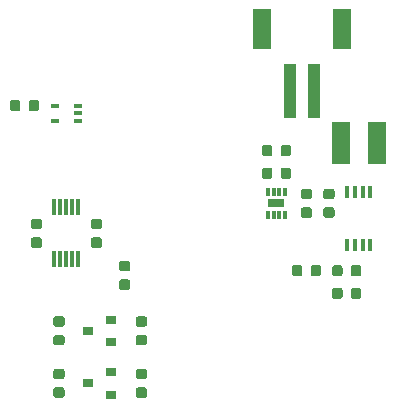
<source format=gbr>
G04 #@! TF.GenerationSoftware,KiCad,Pcbnew,(5.0.0-3-g5ebb6b6)*
G04 #@! TF.CreationDate,2018-10-15T13:07:59-06:00*
G04 #@! TF.ProjectId,DS_Special_Object,44535F5370656369616C5F4F626A6563,rev?*
G04 #@! TF.SameCoordinates,Original*
G04 #@! TF.FileFunction,Paste,Top*
G04 #@! TF.FilePolarity,Positive*
%FSLAX46Y46*%
G04 Gerber Fmt 4.6, Leading zero omitted, Abs format (unit mm)*
G04 Created by KiCad (PCBNEW (5.0.0-3-g5ebb6b6)) date Monday, October 15, 2018 at 01:07:59 PM*
%MOMM*%
%LPD*%
G01*
G04 APERTURE LIST*
%ADD10R,1.500000X3.600000*%
%ADD11C,0.100000*%
%ADD12C,0.875000*%
%ADD13R,0.998220X4.599940*%
%ADD14R,1.597660X3.398520*%
%ADD15R,0.900000X0.800000*%
%ADD16R,0.698500X0.419100*%
%ADD17R,0.299720X0.698500*%
%ADD18R,1.379220X0.797560*%
%ADD19R,0.398780X1.099820*%
%ADD20R,0.299720X1.447800*%
G04 APERTURE END LIST*
D10*
G04 #@! TO.C,L1*
X69064000Y-165989000D03*
X66064000Y-165989000D03*
G04 #@! TD*
D11*
G04 #@! TO.C,C1*
G36*
X61606691Y-166150053D02*
X61627926Y-166153203D01*
X61648750Y-166158419D01*
X61668962Y-166165651D01*
X61688368Y-166174830D01*
X61706781Y-166185866D01*
X61724024Y-166198654D01*
X61739930Y-166213070D01*
X61754346Y-166228976D01*
X61767134Y-166246219D01*
X61778170Y-166264632D01*
X61787349Y-166284038D01*
X61794581Y-166304250D01*
X61799797Y-166325074D01*
X61802947Y-166346309D01*
X61804000Y-166367750D01*
X61804000Y-166880250D01*
X61802947Y-166901691D01*
X61799797Y-166922926D01*
X61794581Y-166943750D01*
X61787349Y-166963962D01*
X61778170Y-166983368D01*
X61767134Y-167001781D01*
X61754346Y-167019024D01*
X61739930Y-167034930D01*
X61724024Y-167049346D01*
X61706781Y-167062134D01*
X61688368Y-167073170D01*
X61668962Y-167082349D01*
X61648750Y-167089581D01*
X61627926Y-167094797D01*
X61606691Y-167097947D01*
X61585250Y-167099000D01*
X61147750Y-167099000D01*
X61126309Y-167097947D01*
X61105074Y-167094797D01*
X61084250Y-167089581D01*
X61064038Y-167082349D01*
X61044632Y-167073170D01*
X61026219Y-167062134D01*
X61008976Y-167049346D01*
X60993070Y-167034930D01*
X60978654Y-167019024D01*
X60965866Y-167001781D01*
X60954830Y-166983368D01*
X60945651Y-166963962D01*
X60938419Y-166943750D01*
X60933203Y-166922926D01*
X60930053Y-166901691D01*
X60929000Y-166880250D01*
X60929000Y-166367750D01*
X60930053Y-166346309D01*
X60933203Y-166325074D01*
X60938419Y-166304250D01*
X60945651Y-166284038D01*
X60954830Y-166264632D01*
X60965866Y-166246219D01*
X60978654Y-166228976D01*
X60993070Y-166213070D01*
X61008976Y-166198654D01*
X61026219Y-166185866D01*
X61044632Y-166174830D01*
X61064038Y-166165651D01*
X61084250Y-166158419D01*
X61105074Y-166153203D01*
X61126309Y-166150053D01*
X61147750Y-166149000D01*
X61585250Y-166149000D01*
X61606691Y-166150053D01*
X61606691Y-166150053D01*
G37*
D12*
X61366500Y-166624000D03*
D11*
G36*
X60031691Y-166150053D02*
X60052926Y-166153203D01*
X60073750Y-166158419D01*
X60093962Y-166165651D01*
X60113368Y-166174830D01*
X60131781Y-166185866D01*
X60149024Y-166198654D01*
X60164930Y-166213070D01*
X60179346Y-166228976D01*
X60192134Y-166246219D01*
X60203170Y-166264632D01*
X60212349Y-166284038D01*
X60219581Y-166304250D01*
X60224797Y-166325074D01*
X60227947Y-166346309D01*
X60229000Y-166367750D01*
X60229000Y-166880250D01*
X60227947Y-166901691D01*
X60224797Y-166922926D01*
X60219581Y-166943750D01*
X60212349Y-166963962D01*
X60203170Y-166983368D01*
X60192134Y-167001781D01*
X60179346Y-167019024D01*
X60164930Y-167034930D01*
X60149024Y-167049346D01*
X60131781Y-167062134D01*
X60113368Y-167073170D01*
X60093962Y-167082349D01*
X60073750Y-167089581D01*
X60052926Y-167094797D01*
X60031691Y-167097947D01*
X60010250Y-167099000D01*
X59572750Y-167099000D01*
X59551309Y-167097947D01*
X59530074Y-167094797D01*
X59509250Y-167089581D01*
X59489038Y-167082349D01*
X59469632Y-167073170D01*
X59451219Y-167062134D01*
X59433976Y-167049346D01*
X59418070Y-167034930D01*
X59403654Y-167019024D01*
X59390866Y-167001781D01*
X59379830Y-166983368D01*
X59370651Y-166963962D01*
X59363419Y-166943750D01*
X59358203Y-166922926D01*
X59355053Y-166901691D01*
X59354000Y-166880250D01*
X59354000Y-166367750D01*
X59355053Y-166346309D01*
X59358203Y-166325074D01*
X59363419Y-166304250D01*
X59370651Y-166284038D01*
X59379830Y-166264632D01*
X59390866Y-166246219D01*
X59403654Y-166228976D01*
X59418070Y-166213070D01*
X59433976Y-166198654D01*
X59451219Y-166185866D01*
X59469632Y-166174830D01*
X59489038Y-166165651D01*
X59509250Y-166158419D01*
X59530074Y-166153203D01*
X59551309Y-166150053D01*
X59572750Y-166149000D01*
X60010250Y-166149000D01*
X60031691Y-166150053D01*
X60031691Y-166150053D01*
G37*
D12*
X59791500Y-166624000D03*
G04 #@! TD*
D11*
G04 #@! TO.C,C2*
G36*
X61606691Y-168055053D02*
X61627926Y-168058203D01*
X61648750Y-168063419D01*
X61668962Y-168070651D01*
X61688368Y-168079830D01*
X61706781Y-168090866D01*
X61724024Y-168103654D01*
X61739930Y-168118070D01*
X61754346Y-168133976D01*
X61767134Y-168151219D01*
X61778170Y-168169632D01*
X61787349Y-168189038D01*
X61794581Y-168209250D01*
X61799797Y-168230074D01*
X61802947Y-168251309D01*
X61804000Y-168272750D01*
X61804000Y-168785250D01*
X61802947Y-168806691D01*
X61799797Y-168827926D01*
X61794581Y-168848750D01*
X61787349Y-168868962D01*
X61778170Y-168888368D01*
X61767134Y-168906781D01*
X61754346Y-168924024D01*
X61739930Y-168939930D01*
X61724024Y-168954346D01*
X61706781Y-168967134D01*
X61688368Y-168978170D01*
X61668962Y-168987349D01*
X61648750Y-168994581D01*
X61627926Y-168999797D01*
X61606691Y-169002947D01*
X61585250Y-169004000D01*
X61147750Y-169004000D01*
X61126309Y-169002947D01*
X61105074Y-168999797D01*
X61084250Y-168994581D01*
X61064038Y-168987349D01*
X61044632Y-168978170D01*
X61026219Y-168967134D01*
X61008976Y-168954346D01*
X60993070Y-168939930D01*
X60978654Y-168924024D01*
X60965866Y-168906781D01*
X60954830Y-168888368D01*
X60945651Y-168868962D01*
X60938419Y-168848750D01*
X60933203Y-168827926D01*
X60930053Y-168806691D01*
X60929000Y-168785250D01*
X60929000Y-168272750D01*
X60930053Y-168251309D01*
X60933203Y-168230074D01*
X60938419Y-168209250D01*
X60945651Y-168189038D01*
X60954830Y-168169632D01*
X60965866Y-168151219D01*
X60978654Y-168133976D01*
X60993070Y-168118070D01*
X61008976Y-168103654D01*
X61026219Y-168090866D01*
X61044632Y-168079830D01*
X61064038Y-168070651D01*
X61084250Y-168063419D01*
X61105074Y-168058203D01*
X61126309Y-168055053D01*
X61147750Y-168054000D01*
X61585250Y-168054000D01*
X61606691Y-168055053D01*
X61606691Y-168055053D01*
G37*
D12*
X61366500Y-168529000D03*
D11*
G36*
X60031691Y-168055053D02*
X60052926Y-168058203D01*
X60073750Y-168063419D01*
X60093962Y-168070651D01*
X60113368Y-168079830D01*
X60131781Y-168090866D01*
X60149024Y-168103654D01*
X60164930Y-168118070D01*
X60179346Y-168133976D01*
X60192134Y-168151219D01*
X60203170Y-168169632D01*
X60212349Y-168189038D01*
X60219581Y-168209250D01*
X60224797Y-168230074D01*
X60227947Y-168251309D01*
X60229000Y-168272750D01*
X60229000Y-168785250D01*
X60227947Y-168806691D01*
X60224797Y-168827926D01*
X60219581Y-168848750D01*
X60212349Y-168868962D01*
X60203170Y-168888368D01*
X60192134Y-168906781D01*
X60179346Y-168924024D01*
X60164930Y-168939930D01*
X60149024Y-168954346D01*
X60131781Y-168967134D01*
X60113368Y-168978170D01*
X60093962Y-168987349D01*
X60073750Y-168994581D01*
X60052926Y-168999797D01*
X60031691Y-169002947D01*
X60010250Y-169004000D01*
X59572750Y-169004000D01*
X59551309Y-169002947D01*
X59530074Y-168999797D01*
X59509250Y-168994581D01*
X59489038Y-168987349D01*
X59469632Y-168978170D01*
X59451219Y-168967134D01*
X59433976Y-168954346D01*
X59418070Y-168939930D01*
X59403654Y-168924024D01*
X59390866Y-168906781D01*
X59379830Y-168888368D01*
X59370651Y-168868962D01*
X59363419Y-168848750D01*
X59358203Y-168827926D01*
X59355053Y-168806691D01*
X59354000Y-168785250D01*
X59354000Y-168272750D01*
X59355053Y-168251309D01*
X59358203Y-168230074D01*
X59363419Y-168209250D01*
X59370651Y-168189038D01*
X59379830Y-168169632D01*
X59390866Y-168151219D01*
X59403654Y-168133976D01*
X59418070Y-168118070D01*
X59433976Y-168103654D01*
X59451219Y-168090866D01*
X59469632Y-168079830D01*
X59489038Y-168070651D01*
X59509250Y-168063419D01*
X59530074Y-168058203D01*
X59551309Y-168055053D01*
X59572750Y-168054000D01*
X60010250Y-168054000D01*
X60031691Y-168055053D01*
X60031691Y-168055053D01*
G37*
D12*
X59791500Y-168529000D03*
G04 #@! TD*
D11*
G04 #@! TO.C,R1*
G36*
X65975191Y-176310053D02*
X65996426Y-176313203D01*
X66017250Y-176318419D01*
X66037462Y-176325651D01*
X66056868Y-176334830D01*
X66075281Y-176345866D01*
X66092524Y-176358654D01*
X66108430Y-176373070D01*
X66122846Y-176388976D01*
X66135634Y-176406219D01*
X66146670Y-176424632D01*
X66155849Y-176444038D01*
X66163081Y-176464250D01*
X66168297Y-176485074D01*
X66171447Y-176506309D01*
X66172500Y-176527750D01*
X66172500Y-177040250D01*
X66171447Y-177061691D01*
X66168297Y-177082926D01*
X66163081Y-177103750D01*
X66155849Y-177123962D01*
X66146670Y-177143368D01*
X66135634Y-177161781D01*
X66122846Y-177179024D01*
X66108430Y-177194930D01*
X66092524Y-177209346D01*
X66075281Y-177222134D01*
X66056868Y-177233170D01*
X66037462Y-177242349D01*
X66017250Y-177249581D01*
X65996426Y-177254797D01*
X65975191Y-177257947D01*
X65953750Y-177259000D01*
X65516250Y-177259000D01*
X65494809Y-177257947D01*
X65473574Y-177254797D01*
X65452750Y-177249581D01*
X65432538Y-177242349D01*
X65413132Y-177233170D01*
X65394719Y-177222134D01*
X65377476Y-177209346D01*
X65361570Y-177194930D01*
X65347154Y-177179024D01*
X65334366Y-177161781D01*
X65323330Y-177143368D01*
X65314151Y-177123962D01*
X65306919Y-177103750D01*
X65301703Y-177082926D01*
X65298553Y-177061691D01*
X65297500Y-177040250D01*
X65297500Y-176527750D01*
X65298553Y-176506309D01*
X65301703Y-176485074D01*
X65306919Y-176464250D01*
X65314151Y-176444038D01*
X65323330Y-176424632D01*
X65334366Y-176406219D01*
X65347154Y-176388976D01*
X65361570Y-176373070D01*
X65377476Y-176358654D01*
X65394719Y-176345866D01*
X65413132Y-176334830D01*
X65432538Y-176325651D01*
X65452750Y-176318419D01*
X65473574Y-176313203D01*
X65494809Y-176310053D01*
X65516250Y-176309000D01*
X65953750Y-176309000D01*
X65975191Y-176310053D01*
X65975191Y-176310053D01*
G37*
D12*
X65735000Y-176784000D03*
D11*
G36*
X67550191Y-176310053D02*
X67571426Y-176313203D01*
X67592250Y-176318419D01*
X67612462Y-176325651D01*
X67631868Y-176334830D01*
X67650281Y-176345866D01*
X67667524Y-176358654D01*
X67683430Y-176373070D01*
X67697846Y-176388976D01*
X67710634Y-176406219D01*
X67721670Y-176424632D01*
X67730849Y-176444038D01*
X67738081Y-176464250D01*
X67743297Y-176485074D01*
X67746447Y-176506309D01*
X67747500Y-176527750D01*
X67747500Y-177040250D01*
X67746447Y-177061691D01*
X67743297Y-177082926D01*
X67738081Y-177103750D01*
X67730849Y-177123962D01*
X67721670Y-177143368D01*
X67710634Y-177161781D01*
X67697846Y-177179024D01*
X67683430Y-177194930D01*
X67667524Y-177209346D01*
X67650281Y-177222134D01*
X67631868Y-177233170D01*
X67612462Y-177242349D01*
X67592250Y-177249581D01*
X67571426Y-177254797D01*
X67550191Y-177257947D01*
X67528750Y-177259000D01*
X67091250Y-177259000D01*
X67069809Y-177257947D01*
X67048574Y-177254797D01*
X67027750Y-177249581D01*
X67007538Y-177242349D01*
X66988132Y-177233170D01*
X66969719Y-177222134D01*
X66952476Y-177209346D01*
X66936570Y-177194930D01*
X66922154Y-177179024D01*
X66909366Y-177161781D01*
X66898330Y-177143368D01*
X66889151Y-177123962D01*
X66881919Y-177103750D01*
X66876703Y-177082926D01*
X66873553Y-177061691D01*
X66872500Y-177040250D01*
X66872500Y-176527750D01*
X66873553Y-176506309D01*
X66876703Y-176485074D01*
X66881919Y-176464250D01*
X66889151Y-176444038D01*
X66898330Y-176424632D01*
X66909366Y-176406219D01*
X66922154Y-176388976D01*
X66936570Y-176373070D01*
X66952476Y-176358654D01*
X66969719Y-176345866D01*
X66988132Y-176334830D01*
X67007538Y-176325651D01*
X67027750Y-176318419D01*
X67048574Y-176313203D01*
X67069809Y-176310053D01*
X67091250Y-176309000D01*
X67528750Y-176309000D01*
X67550191Y-176310053D01*
X67550191Y-176310053D01*
G37*
D12*
X67310000Y-176784000D03*
G04 #@! TD*
D11*
G04 #@! TO.C,R2*
G36*
X64146691Y-176310053D02*
X64167926Y-176313203D01*
X64188750Y-176318419D01*
X64208962Y-176325651D01*
X64228368Y-176334830D01*
X64246781Y-176345866D01*
X64264024Y-176358654D01*
X64279930Y-176373070D01*
X64294346Y-176388976D01*
X64307134Y-176406219D01*
X64318170Y-176424632D01*
X64327349Y-176444038D01*
X64334581Y-176464250D01*
X64339797Y-176485074D01*
X64342947Y-176506309D01*
X64344000Y-176527750D01*
X64344000Y-177040250D01*
X64342947Y-177061691D01*
X64339797Y-177082926D01*
X64334581Y-177103750D01*
X64327349Y-177123962D01*
X64318170Y-177143368D01*
X64307134Y-177161781D01*
X64294346Y-177179024D01*
X64279930Y-177194930D01*
X64264024Y-177209346D01*
X64246781Y-177222134D01*
X64228368Y-177233170D01*
X64208962Y-177242349D01*
X64188750Y-177249581D01*
X64167926Y-177254797D01*
X64146691Y-177257947D01*
X64125250Y-177259000D01*
X63687750Y-177259000D01*
X63666309Y-177257947D01*
X63645074Y-177254797D01*
X63624250Y-177249581D01*
X63604038Y-177242349D01*
X63584632Y-177233170D01*
X63566219Y-177222134D01*
X63548976Y-177209346D01*
X63533070Y-177194930D01*
X63518654Y-177179024D01*
X63505866Y-177161781D01*
X63494830Y-177143368D01*
X63485651Y-177123962D01*
X63478419Y-177103750D01*
X63473203Y-177082926D01*
X63470053Y-177061691D01*
X63469000Y-177040250D01*
X63469000Y-176527750D01*
X63470053Y-176506309D01*
X63473203Y-176485074D01*
X63478419Y-176464250D01*
X63485651Y-176444038D01*
X63494830Y-176424632D01*
X63505866Y-176406219D01*
X63518654Y-176388976D01*
X63533070Y-176373070D01*
X63548976Y-176358654D01*
X63566219Y-176345866D01*
X63584632Y-176334830D01*
X63604038Y-176325651D01*
X63624250Y-176318419D01*
X63645074Y-176313203D01*
X63666309Y-176310053D01*
X63687750Y-176309000D01*
X64125250Y-176309000D01*
X64146691Y-176310053D01*
X64146691Y-176310053D01*
G37*
D12*
X63906500Y-176784000D03*
D11*
G36*
X62571691Y-176310053D02*
X62592926Y-176313203D01*
X62613750Y-176318419D01*
X62633962Y-176325651D01*
X62653368Y-176334830D01*
X62671781Y-176345866D01*
X62689024Y-176358654D01*
X62704930Y-176373070D01*
X62719346Y-176388976D01*
X62732134Y-176406219D01*
X62743170Y-176424632D01*
X62752349Y-176444038D01*
X62759581Y-176464250D01*
X62764797Y-176485074D01*
X62767947Y-176506309D01*
X62769000Y-176527750D01*
X62769000Y-177040250D01*
X62767947Y-177061691D01*
X62764797Y-177082926D01*
X62759581Y-177103750D01*
X62752349Y-177123962D01*
X62743170Y-177143368D01*
X62732134Y-177161781D01*
X62719346Y-177179024D01*
X62704930Y-177194930D01*
X62689024Y-177209346D01*
X62671781Y-177222134D01*
X62653368Y-177233170D01*
X62633962Y-177242349D01*
X62613750Y-177249581D01*
X62592926Y-177254797D01*
X62571691Y-177257947D01*
X62550250Y-177259000D01*
X62112750Y-177259000D01*
X62091309Y-177257947D01*
X62070074Y-177254797D01*
X62049250Y-177249581D01*
X62029038Y-177242349D01*
X62009632Y-177233170D01*
X61991219Y-177222134D01*
X61973976Y-177209346D01*
X61958070Y-177194930D01*
X61943654Y-177179024D01*
X61930866Y-177161781D01*
X61919830Y-177143368D01*
X61910651Y-177123962D01*
X61903419Y-177103750D01*
X61898203Y-177082926D01*
X61895053Y-177061691D01*
X61894000Y-177040250D01*
X61894000Y-176527750D01*
X61895053Y-176506309D01*
X61898203Y-176485074D01*
X61903419Y-176464250D01*
X61910651Y-176444038D01*
X61919830Y-176424632D01*
X61930866Y-176406219D01*
X61943654Y-176388976D01*
X61958070Y-176373070D01*
X61973976Y-176358654D01*
X61991219Y-176345866D01*
X62009632Y-176334830D01*
X62029038Y-176325651D01*
X62049250Y-176318419D01*
X62070074Y-176313203D01*
X62091309Y-176310053D01*
X62112750Y-176309000D01*
X62550250Y-176309000D01*
X62571691Y-176310053D01*
X62571691Y-176310053D01*
G37*
D12*
X62331500Y-176784000D03*
G04 #@! TD*
D11*
G04 #@! TO.C,C3*
G36*
X63396691Y-171420053D02*
X63417926Y-171423203D01*
X63438750Y-171428419D01*
X63458962Y-171435651D01*
X63478368Y-171444830D01*
X63496781Y-171455866D01*
X63514024Y-171468654D01*
X63529930Y-171483070D01*
X63544346Y-171498976D01*
X63557134Y-171516219D01*
X63568170Y-171534632D01*
X63577349Y-171554038D01*
X63584581Y-171574250D01*
X63589797Y-171595074D01*
X63592947Y-171616309D01*
X63594000Y-171637750D01*
X63594000Y-172075250D01*
X63592947Y-172096691D01*
X63589797Y-172117926D01*
X63584581Y-172138750D01*
X63577349Y-172158962D01*
X63568170Y-172178368D01*
X63557134Y-172196781D01*
X63544346Y-172214024D01*
X63529930Y-172229930D01*
X63514024Y-172244346D01*
X63496781Y-172257134D01*
X63478368Y-172268170D01*
X63458962Y-172277349D01*
X63438750Y-172284581D01*
X63417926Y-172289797D01*
X63396691Y-172292947D01*
X63375250Y-172294000D01*
X62862750Y-172294000D01*
X62841309Y-172292947D01*
X62820074Y-172289797D01*
X62799250Y-172284581D01*
X62779038Y-172277349D01*
X62759632Y-172268170D01*
X62741219Y-172257134D01*
X62723976Y-172244346D01*
X62708070Y-172229930D01*
X62693654Y-172214024D01*
X62680866Y-172196781D01*
X62669830Y-172178368D01*
X62660651Y-172158962D01*
X62653419Y-172138750D01*
X62648203Y-172117926D01*
X62645053Y-172096691D01*
X62644000Y-172075250D01*
X62644000Y-171637750D01*
X62645053Y-171616309D01*
X62648203Y-171595074D01*
X62653419Y-171574250D01*
X62660651Y-171554038D01*
X62669830Y-171534632D01*
X62680866Y-171516219D01*
X62693654Y-171498976D01*
X62708070Y-171483070D01*
X62723976Y-171468654D01*
X62741219Y-171455866D01*
X62759632Y-171444830D01*
X62779038Y-171435651D01*
X62799250Y-171428419D01*
X62820074Y-171423203D01*
X62841309Y-171420053D01*
X62862750Y-171419000D01*
X63375250Y-171419000D01*
X63396691Y-171420053D01*
X63396691Y-171420053D01*
G37*
D12*
X63119000Y-171856500D03*
D11*
G36*
X63396691Y-169845053D02*
X63417926Y-169848203D01*
X63438750Y-169853419D01*
X63458962Y-169860651D01*
X63478368Y-169869830D01*
X63496781Y-169880866D01*
X63514024Y-169893654D01*
X63529930Y-169908070D01*
X63544346Y-169923976D01*
X63557134Y-169941219D01*
X63568170Y-169959632D01*
X63577349Y-169979038D01*
X63584581Y-169999250D01*
X63589797Y-170020074D01*
X63592947Y-170041309D01*
X63594000Y-170062750D01*
X63594000Y-170500250D01*
X63592947Y-170521691D01*
X63589797Y-170542926D01*
X63584581Y-170563750D01*
X63577349Y-170583962D01*
X63568170Y-170603368D01*
X63557134Y-170621781D01*
X63544346Y-170639024D01*
X63529930Y-170654930D01*
X63514024Y-170669346D01*
X63496781Y-170682134D01*
X63478368Y-170693170D01*
X63458962Y-170702349D01*
X63438750Y-170709581D01*
X63417926Y-170714797D01*
X63396691Y-170717947D01*
X63375250Y-170719000D01*
X62862750Y-170719000D01*
X62841309Y-170717947D01*
X62820074Y-170714797D01*
X62799250Y-170709581D01*
X62779038Y-170702349D01*
X62759632Y-170693170D01*
X62741219Y-170682134D01*
X62723976Y-170669346D01*
X62708070Y-170654930D01*
X62693654Y-170639024D01*
X62680866Y-170621781D01*
X62669830Y-170603368D01*
X62660651Y-170583962D01*
X62653419Y-170563750D01*
X62648203Y-170542926D01*
X62645053Y-170521691D01*
X62644000Y-170500250D01*
X62644000Y-170062750D01*
X62645053Y-170041309D01*
X62648203Y-170020074D01*
X62653419Y-169999250D01*
X62660651Y-169979038D01*
X62669830Y-169959632D01*
X62680866Y-169941219D01*
X62693654Y-169923976D01*
X62708070Y-169908070D01*
X62723976Y-169893654D01*
X62741219Y-169880866D01*
X62759632Y-169869830D01*
X62779038Y-169860651D01*
X62799250Y-169853419D01*
X62820074Y-169848203D01*
X62841309Y-169845053D01*
X62862750Y-169844000D01*
X63375250Y-169844000D01*
X63396691Y-169845053D01*
X63396691Y-169845053D01*
G37*
D12*
X63119000Y-170281500D03*
G04 #@! TD*
D11*
G04 #@! TO.C,C4*
G36*
X67550191Y-178215053D02*
X67571426Y-178218203D01*
X67592250Y-178223419D01*
X67612462Y-178230651D01*
X67631868Y-178239830D01*
X67650281Y-178250866D01*
X67667524Y-178263654D01*
X67683430Y-178278070D01*
X67697846Y-178293976D01*
X67710634Y-178311219D01*
X67721670Y-178329632D01*
X67730849Y-178349038D01*
X67738081Y-178369250D01*
X67743297Y-178390074D01*
X67746447Y-178411309D01*
X67747500Y-178432750D01*
X67747500Y-178945250D01*
X67746447Y-178966691D01*
X67743297Y-178987926D01*
X67738081Y-179008750D01*
X67730849Y-179028962D01*
X67721670Y-179048368D01*
X67710634Y-179066781D01*
X67697846Y-179084024D01*
X67683430Y-179099930D01*
X67667524Y-179114346D01*
X67650281Y-179127134D01*
X67631868Y-179138170D01*
X67612462Y-179147349D01*
X67592250Y-179154581D01*
X67571426Y-179159797D01*
X67550191Y-179162947D01*
X67528750Y-179164000D01*
X67091250Y-179164000D01*
X67069809Y-179162947D01*
X67048574Y-179159797D01*
X67027750Y-179154581D01*
X67007538Y-179147349D01*
X66988132Y-179138170D01*
X66969719Y-179127134D01*
X66952476Y-179114346D01*
X66936570Y-179099930D01*
X66922154Y-179084024D01*
X66909366Y-179066781D01*
X66898330Y-179048368D01*
X66889151Y-179028962D01*
X66881919Y-179008750D01*
X66876703Y-178987926D01*
X66873553Y-178966691D01*
X66872500Y-178945250D01*
X66872500Y-178432750D01*
X66873553Y-178411309D01*
X66876703Y-178390074D01*
X66881919Y-178369250D01*
X66889151Y-178349038D01*
X66898330Y-178329632D01*
X66909366Y-178311219D01*
X66922154Y-178293976D01*
X66936570Y-178278070D01*
X66952476Y-178263654D01*
X66969719Y-178250866D01*
X66988132Y-178239830D01*
X67007538Y-178230651D01*
X67027750Y-178223419D01*
X67048574Y-178218203D01*
X67069809Y-178215053D01*
X67091250Y-178214000D01*
X67528750Y-178214000D01*
X67550191Y-178215053D01*
X67550191Y-178215053D01*
G37*
D12*
X67310000Y-178689000D03*
D11*
G36*
X65975191Y-178215053D02*
X65996426Y-178218203D01*
X66017250Y-178223419D01*
X66037462Y-178230651D01*
X66056868Y-178239830D01*
X66075281Y-178250866D01*
X66092524Y-178263654D01*
X66108430Y-178278070D01*
X66122846Y-178293976D01*
X66135634Y-178311219D01*
X66146670Y-178329632D01*
X66155849Y-178349038D01*
X66163081Y-178369250D01*
X66168297Y-178390074D01*
X66171447Y-178411309D01*
X66172500Y-178432750D01*
X66172500Y-178945250D01*
X66171447Y-178966691D01*
X66168297Y-178987926D01*
X66163081Y-179008750D01*
X66155849Y-179028962D01*
X66146670Y-179048368D01*
X66135634Y-179066781D01*
X66122846Y-179084024D01*
X66108430Y-179099930D01*
X66092524Y-179114346D01*
X66075281Y-179127134D01*
X66056868Y-179138170D01*
X66037462Y-179147349D01*
X66017250Y-179154581D01*
X65996426Y-179159797D01*
X65975191Y-179162947D01*
X65953750Y-179164000D01*
X65516250Y-179164000D01*
X65494809Y-179162947D01*
X65473574Y-179159797D01*
X65452750Y-179154581D01*
X65432538Y-179147349D01*
X65413132Y-179138170D01*
X65394719Y-179127134D01*
X65377476Y-179114346D01*
X65361570Y-179099930D01*
X65347154Y-179084024D01*
X65334366Y-179066781D01*
X65323330Y-179048368D01*
X65314151Y-179028962D01*
X65306919Y-179008750D01*
X65301703Y-178987926D01*
X65298553Y-178966691D01*
X65297500Y-178945250D01*
X65297500Y-178432750D01*
X65298553Y-178411309D01*
X65301703Y-178390074D01*
X65306919Y-178369250D01*
X65314151Y-178349038D01*
X65323330Y-178329632D01*
X65334366Y-178311219D01*
X65347154Y-178293976D01*
X65361570Y-178278070D01*
X65377476Y-178263654D01*
X65394719Y-178250866D01*
X65413132Y-178239830D01*
X65432538Y-178230651D01*
X65452750Y-178223419D01*
X65473574Y-178218203D01*
X65494809Y-178215053D01*
X65516250Y-178214000D01*
X65953750Y-178214000D01*
X65975191Y-178215053D01*
X65975191Y-178215053D01*
G37*
D12*
X65735000Y-178689000D03*
G04 #@! TD*
D11*
G04 #@! TO.C,C5*
G36*
X40536691Y-172385053D02*
X40557926Y-172388203D01*
X40578750Y-172393419D01*
X40598962Y-172400651D01*
X40618368Y-172409830D01*
X40636781Y-172420866D01*
X40654024Y-172433654D01*
X40669930Y-172448070D01*
X40684346Y-172463976D01*
X40697134Y-172481219D01*
X40708170Y-172499632D01*
X40717349Y-172519038D01*
X40724581Y-172539250D01*
X40729797Y-172560074D01*
X40732947Y-172581309D01*
X40734000Y-172602750D01*
X40734000Y-173040250D01*
X40732947Y-173061691D01*
X40729797Y-173082926D01*
X40724581Y-173103750D01*
X40717349Y-173123962D01*
X40708170Y-173143368D01*
X40697134Y-173161781D01*
X40684346Y-173179024D01*
X40669930Y-173194930D01*
X40654024Y-173209346D01*
X40636781Y-173222134D01*
X40618368Y-173233170D01*
X40598962Y-173242349D01*
X40578750Y-173249581D01*
X40557926Y-173254797D01*
X40536691Y-173257947D01*
X40515250Y-173259000D01*
X40002750Y-173259000D01*
X39981309Y-173257947D01*
X39960074Y-173254797D01*
X39939250Y-173249581D01*
X39919038Y-173242349D01*
X39899632Y-173233170D01*
X39881219Y-173222134D01*
X39863976Y-173209346D01*
X39848070Y-173194930D01*
X39833654Y-173179024D01*
X39820866Y-173161781D01*
X39809830Y-173143368D01*
X39800651Y-173123962D01*
X39793419Y-173103750D01*
X39788203Y-173082926D01*
X39785053Y-173061691D01*
X39784000Y-173040250D01*
X39784000Y-172602750D01*
X39785053Y-172581309D01*
X39788203Y-172560074D01*
X39793419Y-172539250D01*
X39800651Y-172519038D01*
X39809830Y-172499632D01*
X39820866Y-172481219D01*
X39833654Y-172463976D01*
X39848070Y-172448070D01*
X39863976Y-172433654D01*
X39881219Y-172420866D01*
X39899632Y-172409830D01*
X39919038Y-172400651D01*
X39939250Y-172393419D01*
X39960074Y-172388203D01*
X39981309Y-172385053D01*
X40002750Y-172384000D01*
X40515250Y-172384000D01*
X40536691Y-172385053D01*
X40536691Y-172385053D01*
G37*
D12*
X40259000Y-172821500D03*
D11*
G36*
X40536691Y-173960053D02*
X40557926Y-173963203D01*
X40578750Y-173968419D01*
X40598962Y-173975651D01*
X40618368Y-173984830D01*
X40636781Y-173995866D01*
X40654024Y-174008654D01*
X40669930Y-174023070D01*
X40684346Y-174038976D01*
X40697134Y-174056219D01*
X40708170Y-174074632D01*
X40717349Y-174094038D01*
X40724581Y-174114250D01*
X40729797Y-174135074D01*
X40732947Y-174156309D01*
X40734000Y-174177750D01*
X40734000Y-174615250D01*
X40732947Y-174636691D01*
X40729797Y-174657926D01*
X40724581Y-174678750D01*
X40717349Y-174698962D01*
X40708170Y-174718368D01*
X40697134Y-174736781D01*
X40684346Y-174754024D01*
X40669930Y-174769930D01*
X40654024Y-174784346D01*
X40636781Y-174797134D01*
X40618368Y-174808170D01*
X40598962Y-174817349D01*
X40578750Y-174824581D01*
X40557926Y-174829797D01*
X40536691Y-174832947D01*
X40515250Y-174834000D01*
X40002750Y-174834000D01*
X39981309Y-174832947D01*
X39960074Y-174829797D01*
X39939250Y-174824581D01*
X39919038Y-174817349D01*
X39899632Y-174808170D01*
X39881219Y-174797134D01*
X39863976Y-174784346D01*
X39848070Y-174769930D01*
X39833654Y-174754024D01*
X39820866Y-174736781D01*
X39809830Y-174718368D01*
X39800651Y-174698962D01*
X39793419Y-174678750D01*
X39788203Y-174657926D01*
X39785053Y-174636691D01*
X39784000Y-174615250D01*
X39784000Y-174177750D01*
X39785053Y-174156309D01*
X39788203Y-174135074D01*
X39793419Y-174114250D01*
X39800651Y-174094038D01*
X39809830Y-174074632D01*
X39820866Y-174056219D01*
X39833654Y-174038976D01*
X39848070Y-174023070D01*
X39863976Y-174008654D01*
X39881219Y-173995866D01*
X39899632Y-173984830D01*
X39919038Y-173975651D01*
X39939250Y-173968419D01*
X39960074Y-173963203D01*
X39981309Y-173960053D01*
X40002750Y-173959000D01*
X40515250Y-173959000D01*
X40536691Y-173960053D01*
X40536691Y-173960053D01*
G37*
D12*
X40259000Y-174396500D03*
G04 #@! TD*
D11*
G04 #@! TO.C,C6*
G36*
X45616691Y-172385053D02*
X45637926Y-172388203D01*
X45658750Y-172393419D01*
X45678962Y-172400651D01*
X45698368Y-172409830D01*
X45716781Y-172420866D01*
X45734024Y-172433654D01*
X45749930Y-172448070D01*
X45764346Y-172463976D01*
X45777134Y-172481219D01*
X45788170Y-172499632D01*
X45797349Y-172519038D01*
X45804581Y-172539250D01*
X45809797Y-172560074D01*
X45812947Y-172581309D01*
X45814000Y-172602750D01*
X45814000Y-173040250D01*
X45812947Y-173061691D01*
X45809797Y-173082926D01*
X45804581Y-173103750D01*
X45797349Y-173123962D01*
X45788170Y-173143368D01*
X45777134Y-173161781D01*
X45764346Y-173179024D01*
X45749930Y-173194930D01*
X45734024Y-173209346D01*
X45716781Y-173222134D01*
X45698368Y-173233170D01*
X45678962Y-173242349D01*
X45658750Y-173249581D01*
X45637926Y-173254797D01*
X45616691Y-173257947D01*
X45595250Y-173259000D01*
X45082750Y-173259000D01*
X45061309Y-173257947D01*
X45040074Y-173254797D01*
X45019250Y-173249581D01*
X44999038Y-173242349D01*
X44979632Y-173233170D01*
X44961219Y-173222134D01*
X44943976Y-173209346D01*
X44928070Y-173194930D01*
X44913654Y-173179024D01*
X44900866Y-173161781D01*
X44889830Y-173143368D01*
X44880651Y-173123962D01*
X44873419Y-173103750D01*
X44868203Y-173082926D01*
X44865053Y-173061691D01*
X44864000Y-173040250D01*
X44864000Y-172602750D01*
X44865053Y-172581309D01*
X44868203Y-172560074D01*
X44873419Y-172539250D01*
X44880651Y-172519038D01*
X44889830Y-172499632D01*
X44900866Y-172481219D01*
X44913654Y-172463976D01*
X44928070Y-172448070D01*
X44943976Y-172433654D01*
X44961219Y-172420866D01*
X44979632Y-172409830D01*
X44999038Y-172400651D01*
X45019250Y-172393419D01*
X45040074Y-172388203D01*
X45061309Y-172385053D01*
X45082750Y-172384000D01*
X45595250Y-172384000D01*
X45616691Y-172385053D01*
X45616691Y-172385053D01*
G37*
D12*
X45339000Y-172821500D03*
D11*
G36*
X45616691Y-173960053D02*
X45637926Y-173963203D01*
X45658750Y-173968419D01*
X45678962Y-173975651D01*
X45698368Y-173984830D01*
X45716781Y-173995866D01*
X45734024Y-174008654D01*
X45749930Y-174023070D01*
X45764346Y-174038976D01*
X45777134Y-174056219D01*
X45788170Y-174074632D01*
X45797349Y-174094038D01*
X45804581Y-174114250D01*
X45809797Y-174135074D01*
X45812947Y-174156309D01*
X45814000Y-174177750D01*
X45814000Y-174615250D01*
X45812947Y-174636691D01*
X45809797Y-174657926D01*
X45804581Y-174678750D01*
X45797349Y-174698962D01*
X45788170Y-174718368D01*
X45777134Y-174736781D01*
X45764346Y-174754024D01*
X45749930Y-174769930D01*
X45734024Y-174784346D01*
X45716781Y-174797134D01*
X45698368Y-174808170D01*
X45678962Y-174817349D01*
X45658750Y-174824581D01*
X45637926Y-174829797D01*
X45616691Y-174832947D01*
X45595250Y-174834000D01*
X45082750Y-174834000D01*
X45061309Y-174832947D01*
X45040074Y-174829797D01*
X45019250Y-174824581D01*
X44999038Y-174817349D01*
X44979632Y-174808170D01*
X44961219Y-174797134D01*
X44943976Y-174784346D01*
X44928070Y-174769930D01*
X44913654Y-174754024D01*
X44900866Y-174736781D01*
X44889830Y-174718368D01*
X44880651Y-174698962D01*
X44873419Y-174678750D01*
X44868203Y-174657926D01*
X44865053Y-174636691D01*
X44864000Y-174615250D01*
X44864000Y-174177750D01*
X44865053Y-174156309D01*
X44868203Y-174135074D01*
X44873419Y-174114250D01*
X44880651Y-174094038D01*
X44889830Y-174074632D01*
X44900866Y-174056219D01*
X44913654Y-174038976D01*
X44928070Y-174023070D01*
X44943976Y-174008654D01*
X44961219Y-173995866D01*
X44979632Y-173984830D01*
X44999038Y-173975651D01*
X45019250Y-173968419D01*
X45040074Y-173963203D01*
X45061309Y-173960053D01*
X45082750Y-173959000D01*
X45595250Y-173959000D01*
X45616691Y-173960053D01*
X45616691Y-173960053D01*
G37*
D12*
X45339000Y-174396500D03*
G04 #@! TD*
D13*
G04 #@! TO.C,J1*
X61757558Y-161544000D03*
X63754000Y-161544000D03*
D14*
X59357259Y-156347160D03*
X66154299Y-156347160D03*
G04 #@! TD*
D15*
G04 #@! TO.C,Q1*
X46609000Y-187259000D03*
X46609000Y-185359000D03*
X44609000Y-186309000D03*
G04 #@! TD*
G04 #@! TO.C,Q2*
X44609000Y-181864000D03*
X46609000Y-180914000D03*
X46609000Y-182814000D03*
G04 #@! TD*
D11*
G04 #@! TO.C,R3*
G36*
X49426691Y-186660053D02*
X49447926Y-186663203D01*
X49468750Y-186668419D01*
X49488962Y-186675651D01*
X49508368Y-186684830D01*
X49526781Y-186695866D01*
X49544024Y-186708654D01*
X49559930Y-186723070D01*
X49574346Y-186738976D01*
X49587134Y-186756219D01*
X49598170Y-186774632D01*
X49607349Y-186794038D01*
X49614581Y-186814250D01*
X49619797Y-186835074D01*
X49622947Y-186856309D01*
X49624000Y-186877750D01*
X49624000Y-187315250D01*
X49622947Y-187336691D01*
X49619797Y-187357926D01*
X49614581Y-187378750D01*
X49607349Y-187398962D01*
X49598170Y-187418368D01*
X49587134Y-187436781D01*
X49574346Y-187454024D01*
X49559930Y-187469930D01*
X49544024Y-187484346D01*
X49526781Y-187497134D01*
X49508368Y-187508170D01*
X49488962Y-187517349D01*
X49468750Y-187524581D01*
X49447926Y-187529797D01*
X49426691Y-187532947D01*
X49405250Y-187534000D01*
X48892750Y-187534000D01*
X48871309Y-187532947D01*
X48850074Y-187529797D01*
X48829250Y-187524581D01*
X48809038Y-187517349D01*
X48789632Y-187508170D01*
X48771219Y-187497134D01*
X48753976Y-187484346D01*
X48738070Y-187469930D01*
X48723654Y-187454024D01*
X48710866Y-187436781D01*
X48699830Y-187418368D01*
X48690651Y-187398962D01*
X48683419Y-187378750D01*
X48678203Y-187357926D01*
X48675053Y-187336691D01*
X48674000Y-187315250D01*
X48674000Y-186877750D01*
X48675053Y-186856309D01*
X48678203Y-186835074D01*
X48683419Y-186814250D01*
X48690651Y-186794038D01*
X48699830Y-186774632D01*
X48710866Y-186756219D01*
X48723654Y-186738976D01*
X48738070Y-186723070D01*
X48753976Y-186708654D01*
X48771219Y-186695866D01*
X48789632Y-186684830D01*
X48809038Y-186675651D01*
X48829250Y-186668419D01*
X48850074Y-186663203D01*
X48871309Y-186660053D01*
X48892750Y-186659000D01*
X49405250Y-186659000D01*
X49426691Y-186660053D01*
X49426691Y-186660053D01*
G37*
D12*
X49149000Y-187096500D03*
D11*
G36*
X49426691Y-185085053D02*
X49447926Y-185088203D01*
X49468750Y-185093419D01*
X49488962Y-185100651D01*
X49508368Y-185109830D01*
X49526781Y-185120866D01*
X49544024Y-185133654D01*
X49559930Y-185148070D01*
X49574346Y-185163976D01*
X49587134Y-185181219D01*
X49598170Y-185199632D01*
X49607349Y-185219038D01*
X49614581Y-185239250D01*
X49619797Y-185260074D01*
X49622947Y-185281309D01*
X49624000Y-185302750D01*
X49624000Y-185740250D01*
X49622947Y-185761691D01*
X49619797Y-185782926D01*
X49614581Y-185803750D01*
X49607349Y-185823962D01*
X49598170Y-185843368D01*
X49587134Y-185861781D01*
X49574346Y-185879024D01*
X49559930Y-185894930D01*
X49544024Y-185909346D01*
X49526781Y-185922134D01*
X49508368Y-185933170D01*
X49488962Y-185942349D01*
X49468750Y-185949581D01*
X49447926Y-185954797D01*
X49426691Y-185957947D01*
X49405250Y-185959000D01*
X48892750Y-185959000D01*
X48871309Y-185957947D01*
X48850074Y-185954797D01*
X48829250Y-185949581D01*
X48809038Y-185942349D01*
X48789632Y-185933170D01*
X48771219Y-185922134D01*
X48753976Y-185909346D01*
X48738070Y-185894930D01*
X48723654Y-185879024D01*
X48710866Y-185861781D01*
X48699830Y-185843368D01*
X48690651Y-185823962D01*
X48683419Y-185803750D01*
X48678203Y-185782926D01*
X48675053Y-185761691D01*
X48674000Y-185740250D01*
X48674000Y-185302750D01*
X48675053Y-185281309D01*
X48678203Y-185260074D01*
X48683419Y-185239250D01*
X48690651Y-185219038D01*
X48699830Y-185199632D01*
X48710866Y-185181219D01*
X48723654Y-185163976D01*
X48738070Y-185148070D01*
X48753976Y-185133654D01*
X48771219Y-185120866D01*
X48789632Y-185109830D01*
X48809038Y-185100651D01*
X48829250Y-185093419D01*
X48850074Y-185088203D01*
X48871309Y-185085053D01*
X48892750Y-185084000D01*
X49405250Y-185084000D01*
X49426691Y-185085053D01*
X49426691Y-185085053D01*
G37*
D12*
X49149000Y-185521500D03*
G04 #@! TD*
D11*
G04 #@! TO.C,R4*
G36*
X49426691Y-182215053D02*
X49447926Y-182218203D01*
X49468750Y-182223419D01*
X49488962Y-182230651D01*
X49508368Y-182239830D01*
X49526781Y-182250866D01*
X49544024Y-182263654D01*
X49559930Y-182278070D01*
X49574346Y-182293976D01*
X49587134Y-182311219D01*
X49598170Y-182329632D01*
X49607349Y-182349038D01*
X49614581Y-182369250D01*
X49619797Y-182390074D01*
X49622947Y-182411309D01*
X49624000Y-182432750D01*
X49624000Y-182870250D01*
X49622947Y-182891691D01*
X49619797Y-182912926D01*
X49614581Y-182933750D01*
X49607349Y-182953962D01*
X49598170Y-182973368D01*
X49587134Y-182991781D01*
X49574346Y-183009024D01*
X49559930Y-183024930D01*
X49544024Y-183039346D01*
X49526781Y-183052134D01*
X49508368Y-183063170D01*
X49488962Y-183072349D01*
X49468750Y-183079581D01*
X49447926Y-183084797D01*
X49426691Y-183087947D01*
X49405250Y-183089000D01*
X48892750Y-183089000D01*
X48871309Y-183087947D01*
X48850074Y-183084797D01*
X48829250Y-183079581D01*
X48809038Y-183072349D01*
X48789632Y-183063170D01*
X48771219Y-183052134D01*
X48753976Y-183039346D01*
X48738070Y-183024930D01*
X48723654Y-183009024D01*
X48710866Y-182991781D01*
X48699830Y-182973368D01*
X48690651Y-182953962D01*
X48683419Y-182933750D01*
X48678203Y-182912926D01*
X48675053Y-182891691D01*
X48674000Y-182870250D01*
X48674000Y-182432750D01*
X48675053Y-182411309D01*
X48678203Y-182390074D01*
X48683419Y-182369250D01*
X48690651Y-182349038D01*
X48699830Y-182329632D01*
X48710866Y-182311219D01*
X48723654Y-182293976D01*
X48738070Y-182278070D01*
X48753976Y-182263654D01*
X48771219Y-182250866D01*
X48789632Y-182239830D01*
X48809038Y-182230651D01*
X48829250Y-182223419D01*
X48850074Y-182218203D01*
X48871309Y-182215053D01*
X48892750Y-182214000D01*
X49405250Y-182214000D01*
X49426691Y-182215053D01*
X49426691Y-182215053D01*
G37*
D12*
X49149000Y-182651500D03*
D11*
G36*
X49426691Y-180640053D02*
X49447926Y-180643203D01*
X49468750Y-180648419D01*
X49488962Y-180655651D01*
X49508368Y-180664830D01*
X49526781Y-180675866D01*
X49544024Y-180688654D01*
X49559930Y-180703070D01*
X49574346Y-180718976D01*
X49587134Y-180736219D01*
X49598170Y-180754632D01*
X49607349Y-180774038D01*
X49614581Y-180794250D01*
X49619797Y-180815074D01*
X49622947Y-180836309D01*
X49624000Y-180857750D01*
X49624000Y-181295250D01*
X49622947Y-181316691D01*
X49619797Y-181337926D01*
X49614581Y-181358750D01*
X49607349Y-181378962D01*
X49598170Y-181398368D01*
X49587134Y-181416781D01*
X49574346Y-181434024D01*
X49559930Y-181449930D01*
X49544024Y-181464346D01*
X49526781Y-181477134D01*
X49508368Y-181488170D01*
X49488962Y-181497349D01*
X49468750Y-181504581D01*
X49447926Y-181509797D01*
X49426691Y-181512947D01*
X49405250Y-181514000D01*
X48892750Y-181514000D01*
X48871309Y-181512947D01*
X48850074Y-181509797D01*
X48829250Y-181504581D01*
X48809038Y-181497349D01*
X48789632Y-181488170D01*
X48771219Y-181477134D01*
X48753976Y-181464346D01*
X48738070Y-181449930D01*
X48723654Y-181434024D01*
X48710866Y-181416781D01*
X48699830Y-181398368D01*
X48690651Y-181378962D01*
X48683419Y-181358750D01*
X48678203Y-181337926D01*
X48675053Y-181316691D01*
X48674000Y-181295250D01*
X48674000Y-180857750D01*
X48675053Y-180836309D01*
X48678203Y-180815074D01*
X48683419Y-180794250D01*
X48690651Y-180774038D01*
X48699830Y-180754632D01*
X48710866Y-180736219D01*
X48723654Y-180718976D01*
X48738070Y-180703070D01*
X48753976Y-180688654D01*
X48771219Y-180675866D01*
X48789632Y-180664830D01*
X48809038Y-180655651D01*
X48829250Y-180648419D01*
X48850074Y-180643203D01*
X48871309Y-180640053D01*
X48892750Y-180639000D01*
X49405250Y-180639000D01*
X49426691Y-180640053D01*
X49426691Y-180640053D01*
G37*
D12*
X49149000Y-181076500D03*
G04 #@! TD*
D11*
G04 #@! TO.C,R5*
G36*
X42441691Y-185085053D02*
X42462926Y-185088203D01*
X42483750Y-185093419D01*
X42503962Y-185100651D01*
X42523368Y-185109830D01*
X42541781Y-185120866D01*
X42559024Y-185133654D01*
X42574930Y-185148070D01*
X42589346Y-185163976D01*
X42602134Y-185181219D01*
X42613170Y-185199632D01*
X42622349Y-185219038D01*
X42629581Y-185239250D01*
X42634797Y-185260074D01*
X42637947Y-185281309D01*
X42639000Y-185302750D01*
X42639000Y-185740250D01*
X42637947Y-185761691D01*
X42634797Y-185782926D01*
X42629581Y-185803750D01*
X42622349Y-185823962D01*
X42613170Y-185843368D01*
X42602134Y-185861781D01*
X42589346Y-185879024D01*
X42574930Y-185894930D01*
X42559024Y-185909346D01*
X42541781Y-185922134D01*
X42523368Y-185933170D01*
X42503962Y-185942349D01*
X42483750Y-185949581D01*
X42462926Y-185954797D01*
X42441691Y-185957947D01*
X42420250Y-185959000D01*
X41907750Y-185959000D01*
X41886309Y-185957947D01*
X41865074Y-185954797D01*
X41844250Y-185949581D01*
X41824038Y-185942349D01*
X41804632Y-185933170D01*
X41786219Y-185922134D01*
X41768976Y-185909346D01*
X41753070Y-185894930D01*
X41738654Y-185879024D01*
X41725866Y-185861781D01*
X41714830Y-185843368D01*
X41705651Y-185823962D01*
X41698419Y-185803750D01*
X41693203Y-185782926D01*
X41690053Y-185761691D01*
X41689000Y-185740250D01*
X41689000Y-185302750D01*
X41690053Y-185281309D01*
X41693203Y-185260074D01*
X41698419Y-185239250D01*
X41705651Y-185219038D01*
X41714830Y-185199632D01*
X41725866Y-185181219D01*
X41738654Y-185163976D01*
X41753070Y-185148070D01*
X41768976Y-185133654D01*
X41786219Y-185120866D01*
X41804632Y-185109830D01*
X41824038Y-185100651D01*
X41844250Y-185093419D01*
X41865074Y-185088203D01*
X41886309Y-185085053D01*
X41907750Y-185084000D01*
X42420250Y-185084000D01*
X42441691Y-185085053D01*
X42441691Y-185085053D01*
G37*
D12*
X42164000Y-185521500D03*
D11*
G36*
X42441691Y-186660053D02*
X42462926Y-186663203D01*
X42483750Y-186668419D01*
X42503962Y-186675651D01*
X42523368Y-186684830D01*
X42541781Y-186695866D01*
X42559024Y-186708654D01*
X42574930Y-186723070D01*
X42589346Y-186738976D01*
X42602134Y-186756219D01*
X42613170Y-186774632D01*
X42622349Y-186794038D01*
X42629581Y-186814250D01*
X42634797Y-186835074D01*
X42637947Y-186856309D01*
X42639000Y-186877750D01*
X42639000Y-187315250D01*
X42637947Y-187336691D01*
X42634797Y-187357926D01*
X42629581Y-187378750D01*
X42622349Y-187398962D01*
X42613170Y-187418368D01*
X42602134Y-187436781D01*
X42589346Y-187454024D01*
X42574930Y-187469930D01*
X42559024Y-187484346D01*
X42541781Y-187497134D01*
X42523368Y-187508170D01*
X42503962Y-187517349D01*
X42483750Y-187524581D01*
X42462926Y-187529797D01*
X42441691Y-187532947D01*
X42420250Y-187534000D01*
X41907750Y-187534000D01*
X41886309Y-187532947D01*
X41865074Y-187529797D01*
X41844250Y-187524581D01*
X41824038Y-187517349D01*
X41804632Y-187508170D01*
X41786219Y-187497134D01*
X41768976Y-187484346D01*
X41753070Y-187469930D01*
X41738654Y-187454024D01*
X41725866Y-187436781D01*
X41714830Y-187418368D01*
X41705651Y-187398962D01*
X41698419Y-187378750D01*
X41693203Y-187357926D01*
X41690053Y-187336691D01*
X41689000Y-187315250D01*
X41689000Y-186877750D01*
X41690053Y-186856309D01*
X41693203Y-186835074D01*
X41698419Y-186814250D01*
X41705651Y-186794038D01*
X41714830Y-186774632D01*
X41725866Y-186756219D01*
X41738654Y-186738976D01*
X41753070Y-186723070D01*
X41768976Y-186708654D01*
X41786219Y-186695866D01*
X41804632Y-186684830D01*
X41824038Y-186675651D01*
X41844250Y-186668419D01*
X41865074Y-186663203D01*
X41886309Y-186660053D01*
X41907750Y-186659000D01*
X42420250Y-186659000D01*
X42441691Y-186660053D01*
X42441691Y-186660053D01*
G37*
D12*
X42164000Y-187096500D03*
G04 #@! TD*
D11*
G04 #@! TO.C,R6*
G36*
X42441691Y-180640053D02*
X42462926Y-180643203D01*
X42483750Y-180648419D01*
X42503962Y-180655651D01*
X42523368Y-180664830D01*
X42541781Y-180675866D01*
X42559024Y-180688654D01*
X42574930Y-180703070D01*
X42589346Y-180718976D01*
X42602134Y-180736219D01*
X42613170Y-180754632D01*
X42622349Y-180774038D01*
X42629581Y-180794250D01*
X42634797Y-180815074D01*
X42637947Y-180836309D01*
X42639000Y-180857750D01*
X42639000Y-181295250D01*
X42637947Y-181316691D01*
X42634797Y-181337926D01*
X42629581Y-181358750D01*
X42622349Y-181378962D01*
X42613170Y-181398368D01*
X42602134Y-181416781D01*
X42589346Y-181434024D01*
X42574930Y-181449930D01*
X42559024Y-181464346D01*
X42541781Y-181477134D01*
X42523368Y-181488170D01*
X42503962Y-181497349D01*
X42483750Y-181504581D01*
X42462926Y-181509797D01*
X42441691Y-181512947D01*
X42420250Y-181514000D01*
X41907750Y-181514000D01*
X41886309Y-181512947D01*
X41865074Y-181509797D01*
X41844250Y-181504581D01*
X41824038Y-181497349D01*
X41804632Y-181488170D01*
X41786219Y-181477134D01*
X41768976Y-181464346D01*
X41753070Y-181449930D01*
X41738654Y-181434024D01*
X41725866Y-181416781D01*
X41714830Y-181398368D01*
X41705651Y-181378962D01*
X41698419Y-181358750D01*
X41693203Y-181337926D01*
X41690053Y-181316691D01*
X41689000Y-181295250D01*
X41689000Y-180857750D01*
X41690053Y-180836309D01*
X41693203Y-180815074D01*
X41698419Y-180794250D01*
X41705651Y-180774038D01*
X41714830Y-180754632D01*
X41725866Y-180736219D01*
X41738654Y-180718976D01*
X41753070Y-180703070D01*
X41768976Y-180688654D01*
X41786219Y-180675866D01*
X41804632Y-180664830D01*
X41824038Y-180655651D01*
X41844250Y-180648419D01*
X41865074Y-180643203D01*
X41886309Y-180640053D01*
X41907750Y-180639000D01*
X42420250Y-180639000D01*
X42441691Y-180640053D01*
X42441691Y-180640053D01*
G37*
D12*
X42164000Y-181076500D03*
D11*
G36*
X42441691Y-182215053D02*
X42462926Y-182218203D01*
X42483750Y-182223419D01*
X42503962Y-182230651D01*
X42523368Y-182239830D01*
X42541781Y-182250866D01*
X42559024Y-182263654D01*
X42574930Y-182278070D01*
X42589346Y-182293976D01*
X42602134Y-182311219D01*
X42613170Y-182329632D01*
X42622349Y-182349038D01*
X42629581Y-182369250D01*
X42634797Y-182390074D01*
X42637947Y-182411309D01*
X42639000Y-182432750D01*
X42639000Y-182870250D01*
X42637947Y-182891691D01*
X42634797Y-182912926D01*
X42629581Y-182933750D01*
X42622349Y-182953962D01*
X42613170Y-182973368D01*
X42602134Y-182991781D01*
X42589346Y-183009024D01*
X42574930Y-183024930D01*
X42559024Y-183039346D01*
X42541781Y-183052134D01*
X42523368Y-183063170D01*
X42503962Y-183072349D01*
X42483750Y-183079581D01*
X42462926Y-183084797D01*
X42441691Y-183087947D01*
X42420250Y-183089000D01*
X41907750Y-183089000D01*
X41886309Y-183087947D01*
X41865074Y-183084797D01*
X41844250Y-183079581D01*
X41824038Y-183072349D01*
X41804632Y-183063170D01*
X41786219Y-183052134D01*
X41768976Y-183039346D01*
X41753070Y-183024930D01*
X41738654Y-183009024D01*
X41725866Y-182991781D01*
X41714830Y-182973368D01*
X41705651Y-182953962D01*
X41698419Y-182933750D01*
X41693203Y-182912926D01*
X41690053Y-182891691D01*
X41689000Y-182870250D01*
X41689000Y-182432750D01*
X41690053Y-182411309D01*
X41693203Y-182390074D01*
X41698419Y-182369250D01*
X41705651Y-182349038D01*
X41714830Y-182329632D01*
X41725866Y-182311219D01*
X41738654Y-182293976D01*
X41753070Y-182278070D01*
X41768976Y-182263654D01*
X41786219Y-182250866D01*
X41804632Y-182239830D01*
X41824038Y-182230651D01*
X41844250Y-182223419D01*
X41865074Y-182218203D01*
X41886309Y-182215053D01*
X41907750Y-182214000D01*
X42420250Y-182214000D01*
X42441691Y-182215053D01*
X42441691Y-182215053D01*
G37*
D12*
X42164000Y-182651500D03*
G04 #@! TD*
D16*
G04 #@! TO.C,U1*
X43748960Y-164096700D03*
X43748960Y-163449000D03*
X43748960Y-162801300D03*
X41849040Y-162801300D03*
X41849040Y-164096700D03*
G04 #@! TD*
D17*
G04 #@! TO.C,U2*
X61328300Y-170080940D03*
X60827920Y-170080940D03*
X60330080Y-170080940D03*
X59829700Y-170080940D03*
X59829700Y-172057060D03*
X60330080Y-172057060D03*
X60827920Y-172057060D03*
X61328300Y-172057060D03*
D18*
X60579000Y-171069000D03*
G04 #@! TD*
D19*
G04 #@! TO.C,U4*
X68536820Y-170091100D03*
X67886580Y-170091100D03*
X67241420Y-170091100D03*
X66591180Y-170091100D03*
X66591180Y-174586900D03*
X67241420Y-174586900D03*
X67886580Y-174586900D03*
X68536820Y-174586900D03*
G04 #@! TD*
D20*
G04 #@! TO.C,U5*
X41739820Y-175768000D03*
X42240200Y-175768000D03*
X42740580Y-175768000D03*
X43238420Y-175768000D03*
X43738800Y-175768000D03*
X43738800Y-171368720D03*
X43238420Y-171368720D03*
X42740580Y-171368720D03*
X42240200Y-171368720D03*
X41739820Y-171368720D03*
G04 #@! TD*
D11*
G04 #@! TO.C,R7*
G36*
X65301691Y-169845053D02*
X65322926Y-169848203D01*
X65343750Y-169853419D01*
X65363962Y-169860651D01*
X65383368Y-169869830D01*
X65401781Y-169880866D01*
X65419024Y-169893654D01*
X65434930Y-169908070D01*
X65449346Y-169923976D01*
X65462134Y-169941219D01*
X65473170Y-169959632D01*
X65482349Y-169979038D01*
X65489581Y-169999250D01*
X65494797Y-170020074D01*
X65497947Y-170041309D01*
X65499000Y-170062750D01*
X65499000Y-170500250D01*
X65497947Y-170521691D01*
X65494797Y-170542926D01*
X65489581Y-170563750D01*
X65482349Y-170583962D01*
X65473170Y-170603368D01*
X65462134Y-170621781D01*
X65449346Y-170639024D01*
X65434930Y-170654930D01*
X65419024Y-170669346D01*
X65401781Y-170682134D01*
X65383368Y-170693170D01*
X65363962Y-170702349D01*
X65343750Y-170709581D01*
X65322926Y-170714797D01*
X65301691Y-170717947D01*
X65280250Y-170719000D01*
X64767750Y-170719000D01*
X64746309Y-170717947D01*
X64725074Y-170714797D01*
X64704250Y-170709581D01*
X64684038Y-170702349D01*
X64664632Y-170693170D01*
X64646219Y-170682134D01*
X64628976Y-170669346D01*
X64613070Y-170654930D01*
X64598654Y-170639024D01*
X64585866Y-170621781D01*
X64574830Y-170603368D01*
X64565651Y-170583962D01*
X64558419Y-170563750D01*
X64553203Y-170542926D01*
X64550053Y-170521691D01*
X64549000Y-170500250D01*
X64549000Y-170062750D01*
X64550053Y-170041309D01*
X64553203Y-170020074D01*
X64558419Y-169999250D01*
X64565651Y-169979038D01*
X64574830Y-169959632D01*
X64585866Y-169941219D01*
X64598654Y-169923976D01*
X64613070Y-169908070D01*
X64628976Y-169893654D01*
X64646219Y-169880866D01*
X64664632Y-169869830D01*
X64684038Y-169860651D01*
X64704250Y-169853419D01*
X64725074Y-169848203D01*
X64746309Y-169845053D01*
X64767750Y-169844000D01*
X65280250Y-169844000D01*
X65301691Y-169845053D01*
X65301691Y-169845053D01*
G37*
D12*
X65024000Y-170281500D03*
D11*
G36*
X65301691Y-171420053D02*
X65322926Y-171423203D01*
X65343750Y-171428419D01*
X65363962Y-171435651D01*
X65383368Y-171444830D01*
X65401781Y-171455866D01*
X65419024Y-171468654D01*
X65434930Y-171483070D01*
X65449346Y-171498976D01*
X65462134Y-171516219D01*
X65473170Y-171534632D01*
X65482349Y-171554038D01*
X65489581Y-171574250D01*
X65494797Y-171595074D01*
X65497947Y-171616309D01*
X65499000Y-171637750D01*
X65499000Y-172075250D01*
X65497947Y-172096691D01*
X65494797Y-172117926D01*
X65489581Y-172138750D01*
X65482349Y-172158962D01*
X65473170Y-172178368D01*
X65462134Y-172196781D01*
X65449346Y-172214024D01*
X65434930Y-172229930D01*
X65419024Y-172244346D01*
X65401781Y-172257134D01*
X65383368Y-172268170D01*
X65363962Y-172277349D01*
X65343750Y-172284581D01*
X65322926Y-172289797D01*
X65301691Y-172292947D01*
X65280250Y-172294000D01*
X64767750Y-172294000D01*
X64746309Y-172292947D01*
X64725074Y-172289797D01*
X64704250Y-172284581D01*
X64684038Y-172277349D01*
X64664632Y-172268170D01*
X64646219Y-172257134D01*
X64628976Y-172244346D01*
X64613070Y-172229930D01*
X64598654Y-172214024D01*
X64585866Y-172196781D01*
X64574830Y-172178368D01*
X64565651Y-172158962D01*
X64558419Y-172138750D01*
X64553203Y-172117926D01*
X64550053Y-172096691D01*
X64549000Y-172075250D01*
X64549000Y-171637750D01*
X64550053Y-171616309D01*
X64553203Y-171595074D01*
X64558419Y-171574250D01*
X64565651Y-171554038D01*
X64574830Y-171534632D01*
X64585866Y-171516219D01*
X64598654Y-171498976D01*
X64613070Y-171483070D01*
X64628976Y-171468654D01*
X64646219Y-171455866D01*
X64664632Y-171444830D01*
X64684038Y-171435651D01*
X64704250Y-171428419D01*
X64725074Y-171423203D01*
X64746309Y-171420053D01*
X64767750Y-171419000D01*
X65280250Y-171419000D01*
X65301691Y-171420053D01*
X65301691Y-171420053D01*
G37*
D12*
X65024000Y-171856500D03*
G04 #@! TD*
D11*
G04 #@! TO.C,R8*
G36*
X48004191Y-175941053D02*
X48025426Y-175944203D01*
X48046250Y-175949419D01*
X48066462Y-175956651D01*
X48085868Y-175965830D01*
X48104281Y-175976866D01*
X48121524Y-175989654D01*
X48137430Y-176004070D01*
X48151846Y-176019976D01*
X48164634Y-176037219D01*
X48175670Y-176055632D01*
X48184849Y-176075038D01*
X48192081Y-176095250D01*
X48197297Y-176116074D01*
X48200447Y-176137309D01*
X48201500Y-176158750D01*
X48201500Y-176596250D01*
X48200447Y-176617691D01*
X48197297Y-176638926D01*
X48192081Y-176659750D01*
X48184849Y-176679962D01*
X48175670Y-176699368D01*
X48164634Y-176717781D01*
X48151846Y-176735024D01*
X48137430Y-176750930D01*
X48121524Y-176765346D01*
X48104281Y-176778134D01*
X48085868Y-176789170D01*
X48066462Y-176798349D01*
X48046250Y-176805581D01*
X48025426Y-176810797D01*
X48004191Y-176813947D01*
X47982750Y-176815000D01*
X47470250Y-176815000D01*
X47448809Y-176813947D01*
X47427574Y-176810797D01*
X47406750Y-176805581D01*
X47386538Y-176798349D01*
X47367132Y-176789170D01*
X47348719Y-176778134D01*
X47331476Y-176765346D01*
X47315570Y-176750930D01*
X47301154Y-176735024D01*
X47288366Y-176717781D01*
X47277330Y-176699368D01*
X47268151Y-176679962D01*
X47260919Y-176659750D01*
X47255703Y-176638926D01*
X47252553Y-176617691D01*
X47251500Y-176596250D01*
X47251500Y-176158750D01*
X47252553Y-176137309D01*
X47255703Y-176116074D01*
X47260919Y-176095250D01*
X47268151Y-176075038D01*
X47277330Y-176055632D01*
X47288366Y-176037219D01*
X47301154Y-176019976D01*
X47315570Y-176004070D01*
X47331476Y-175989654D01*
X47348719Y-175976866D01*
X47367132Y-175965830D01*
X47386538Y-175956651D01*
X47406750Y-175949419D01*
X47427574Y-175944203D01*
X47448809Y-175941053D01*
X47470250Y-175940000D01*
X47982750Y-175940000D01*
X48004191Y-175941053D01*
X48004191Y-175941053D01*
G37*
D12*
X47726500Y-176377500D03*
D11*
G36*
X48004191Y-177516053D02*
X48025426Y-177519203D01*
X48046250Y-177524419D01*
X48066462Y-177531651D01*
X48085868Y-177540830D01*
X48104281Y-177551866D01*
X48121524Y-177564654D01*
X48137430Y-177579070D01*
X48151846Y-177594976D01*
X48164634Y-177612219D01*
X48175670Y-177630632D01*
X48184849Y-177650038D01*
X48192081Y-177670250D01*
X48197297Y-177691074D01*
X48200447Y-177712309D01*
X48201500Y-177733750D01*
X48201500Y-178171250D01*
X48200447Y-178192691D01*
X48197297Y-178213926D01*
X48192081Y-178234750D01*
X48184849Y-178254962D01*
X48175670Y-178274368D01*
X48164634Y-178292781D01*
X48151846Y-178310024D01*
X48137430Y-178325930D01*
X48121524Y-178340346D01*
X48104281Y-178353134D01*
X48085868Y-178364170D01*
X48066462Y-178373349D01*
X48046250Y-178380581D01*
X48025426Y-178385797D01*
X48004191Y-178388947D01*
X47982750Y-178390000D01*
X47470250Y-178390000D01*
X47448809Y-178388947D01*
X47427574Y-178385797D01*
X47406750Y-178380581D01*
X47386538Y-178373349D01*
X47367132Y-178364170D01*
X47348719Y-178353134D01*
X47331476Y-178340346D01*
X47315570Y-178325930D01*
X47301154Y-178310024D01*
X47288366Y-178292781D01*
X47277330Y-178274368D01*
X47268151Y-178254962D01*
X47260919Y-178234750D01*
X47255703Y-178213926D01*
X47252553Y-178192691D01*
X47251500Y-178171250D01*
X47251500Y-177733750D01*
X47252553Y-177712309D01*
X47255703Y-177691074D01*
X47260919Y-177670250D01*
X47268151Y-177650038D01*
X47277330Y-177630632D01*
X47288366Y-177612219D01*
X47301154Y-177594976D01*
X47315570Y-177579070D01*
X47331476Y-177564654D01*
X47348719Y-177551866D01*
X47367132Y-177540830D01*
X47386538Y-177531651D01*
X47406750Y-177524419D01*
X47427574Y-177519203D01*
X47448809Y-177516053D01*
X47470250Y-177515000D01*
X47982750Y-177515000D01*
X48004191Y-177516053D01*
X48004191Y-177516053D01*
G37*
D12*
X47726500Y-177952500D03*
G04 #@! TD*
D11*
G04 #@! TO.C,R9*
G36*
X38695691Y-162340053D02*
X38716926Y-162343203D01*
X38737750Y-162348419D01*
X38757962Y-162355651D01*
X38777368Y-162364830D01*
X38795781Y-162375866D01*
X38813024Y-162388654D01*
X38828930Y-162403070D01*
X38843346Y-162418976D01*
X38856134Y-162436219D01*
X38867170Y-162454632D01*
X38876349Y-162474038D01*
X38883581Y-162494250D01*
X38888797Y-162515074D01*
X38891947Y-162536309D01*
X38893000Y-162557750D01*
X38893000Y-163070250D01*
X38891947Y-163091691D01*
X38888797Y-163112926D01*
X38883581Y-163133750D01*
X38876349Y-163153962D01*
X38867170Y-163173368D01*
X38856134Y-163191781D01*
X38843346Y-163209024D01*
X38828930Y-163224930D01*
X38813024Y-163239346D01*
X38795781Y-163252134D01*
X38777368Y-163263170D01*
X38757962Y-163272349D01*
X38737750Y-163279581D01*
X38716926Y-163284797D01*
X38695691Y-163287947D01*
X38674250Y-163289000D01*
X38236750Y-163289000D01*
X38215309Y-163287947D01*
X38194074Y-163284797D01*
X38173250Y-163279581D01*
X38153038Y-163272349D01*
X38133632Y-163263170D01*
X38115219Y-163252134D01*
X38097976Y-163239346D01*
X38082070Y-163224930D01*
X38067654Y-163209024D01*
X38054866Y-163191781D01*
X38043830Y-163173368D01*
X38034651Y-163153962D01*
X38027419Y-163133750D01*
X38022203Y-163112926D01*
X38019053Y-163091691D01*
X38018000Y-163070250D01*
X38018000Y-162557750D01*
X38019053Y-162536309D01*
X38022203Y-162515074D01*
X38027419Y-162494250D01*
X38034651Y-162474038D01*
X38043830Y-162454632D01*
X38054866Y-162436219D01*
X38067654Y-162418976D01*
X38082070Y-162403070D01*
X38097976Y-162388654D01*
X38115219Y-162375866D01*
X38133632Y-162364830D01*
X38153038Y-162355651D01*
X38173250Y-162348419D01*
X38194074Y-162343203D01*
X38215309Y-162340053D01*
X38236750Y-162339000D01*
X38674250Y-162339000D01*
X38695691Y-162340053D01*
X38695691Y-162340053D01*
G37*
D12*
X38455500Y-162814000D03*
D11*
G36*
X40270691Y-162340053D02*
X40291926Y-162343203D01*
X40312750Y-162348419D01*
X40332962Y-162355651D01*
X40352368Y-162364830D01*
X40370781Y-162375866D01*
X40388024Y-162388654D01*
X40403930Y-162403070D01*
X40418346Y-162418976D01*
X40431134Y-162436219D01*
X40442170Y-162454632D01*
X40451349Y-162474038D01*
X40458581Y-162494250D01*
X40463797Y-162515074D01*
X40466947Y-162536309D01*
X40468000Y-162557750D01*
X40468000Y-163070250D01*
X40466947Y-163091691D01*
X40463797Y-163112926D01*
X40458581Y-163133750D01*
X40451349Y-163153962D01*
X40442170Y-163173368D01*
X40431134Y-163191781D01*
X40418346Y-163209024D01*
X40403930Y-163224930D01*
X40388024Y-163239346D01*
X40370781Y-163252134D01*
X40352368Y-163263170D01*
X40332962Y-163272349D01*
X40312750Y-163279581D01*
X40291926Y-163284797D01*
X40270691Y-163287947D01*
X40249250Y-163289000D01*
X39811750Y-163289000D01*
X39790309Y-163287947D01*
X39769074Y-163284797D01*
X39748250Y-163279581D01*
X39728038Y-163272349D01*
X39708632Y-163263170D01*
X39690219Y-163252134D01*
X39672976Y-163239346D01*
X39657070Y-163224930D01*
X39642654Y-163209024D01*
X39629866Y-163191781D01*
X39618830Y-163173368D01*
X39609651Y-163153962D01*
X39602419Y-163133750D01*
X39597203Y-163112926D01*
X39594053Y-163091691D01*
X39593000Y-163070250D01*
X39593000Y-162557750D01*
X39594053Y-162536309D01*
X39597203Y-162515074D01*
X39602419Y-162494250D01*
X39609651Y-162474038D01*
X39618830Y-162454632D01*
X39629866Y-162436219D01*
X39642654Y-162418976D01*
X39657070Y-162403070D01*
X39672976Y-162388654D01*
X39690219Y-162375866D01*
X39708632Y-162364830D01*
X39728038Y-162355651D01*
X39748250Y-162348419D01*
X39769074Y-162343203D01*
X39790309Y-162340053D01*
X39811750Y-162339000D01*
X40249250Y-162339000D01*
X40270691Y-162340053D01*
X40270691Y-162340053D01*
G37*
D12*
X40030500Y-162814000D03*
G04 #@! TD*
M02*

</source>
